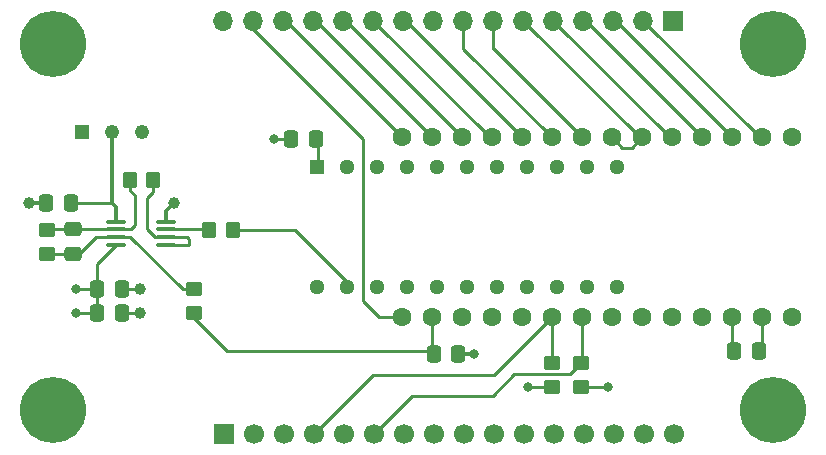
<source format=gbr>
%TF.GenerationSoftware,KiCad,Pcbnew,9.0.4-9.0.4-0~ubuntu24.04.1*%
%TF.CreationDate,2025-09-07T14:44:50-04:00*%
%TF.ProjectId,TCD1304Rev2,54434431-3330-4345-9265-76322e6b6963,rev?*%
%TF.SameCoordinates,PX7270e00PY7270e00*%
%TF.FileFunction,Copper,L1,Top*%
%TF.FilePolarity,Positive*%
%FSLAX46Y46*%
G04 Gerber Fmt 4.6, Leading zero omitted, Abs format (unit mm)*
G04 Created by KiCad (PCBNEW 9.0.4-9.0.4-0~ubuntu24.04.1) date 2025-09-07 14:44:50*
%MOMM*%
%LPD*%
G01*
G04 APERTURE LIST*
G04 Aperture macros list*
%AMRoundRect*
0 Rectangle with rounded corners*
0 $1 Rounding radius*
0 $2 $3 $4 $5 $6 $7 $8 $9 X,Y pos of 4 corners*
0 Add a 4 corners polygon primitive as box body*
4,1,4,$2,$3,$4,$5,$6,$7,$8,$9,$2,$3,0*
0 Add four circle primitives for the rounded corners*
1,1,$1+$1,$2,$3*
1,1,$1+$1,$4,$5*
1,1,$1+$1,$6,$7*
1,1,$1+$1,$8,$9*
0 Add four rect primitives between the rounded corners*
20,1,$1+$1,$2,$3,$4,$5,0*
20,1,$1+$1,$4,$5,$6,$7,0*
20,1,$1+$1,$6,$7,$8,$9,0*
20,1,$1+$1,$8,$9,$2,$3,0*%
G04 Aperture macros list end*
%TA.AperFunction,ComponentPad*%
%ADD10C,1.700000*%
%TD*%
%TA.AperFunction,ComponentPad*%
%ADD11R,1.700000X1.700000*%
%TD*%
%TA.AperFunction,ComponentPad*%
%ADD12O,1.700000X1.700000*%
%TD*%
%TA.AperFunction,SMDPad,CuDef*%
%ADD13RoundRect,0.250000X-0.450000X0.350000X-0.450000X-0.350000X0.450000X-0.350000X0.450000X0.350000X0*%
%TD*%
%TA.AperFunction,ComponentPad*%
%ADD14C,1.290000*%
%TD*%
%TA.AperFunction,ComponentPad*%
%ADD15R,1.290000X1.290000*%
%TD*%
%TA.AperFunction,SMDPad,CuDef*%
%ADD16RoundRect,0.250000X-0.337500X-0.475000X0.337500X-0.475000X0.337500X0.475000X-0.337500X0.475000X0*%
%TD*%
%TA.AperFunction,SMDPad,CuDef*%
%ADD17RoundRect,0.250000X0.337500X0.475000X-0.337500X0.475000X-0.337500X-0.475000X0.337500X-0.475000X0*%
%TD*%
%TA.AperFunction,SMDPad,CuDef*%
%ADD18RoundRect,0.250000X0.450000X-0.350000X0.450000X0.350000X-0.450000X0.350000X-0.450000X-0.350000X0*%
%TD*%
%TA.AperFunction,SMDPad,CuDef*%
%ADD19RoundRect,0.250000X0.475000X-0.337500X0.475000X0.337500X-0.475000X0.337500X-0.475000X-0.337500X0*%
%TD*%
%TA.AperFunction,SMDPad,CuDef*%
%ADD20RoundRect,0.100000X0.712500X0.100000X-0.712500X0.100000X-0.712500X-0.100000X0.712500X-0.100000X0*%
%TD*%
%TA.AperFunction,SMDPad,CuDef*%
%ADD21RoundRect,0.250000X0.350000X0.450000X-0.350000X0.450000X-0.350000X-0.450000X0.350000X-0.450000X0*%
%TD*%
%TA.AperFunction,ComponentPad*%
%ADD22R,1.218000X1.218000*%
%TD*%
%TA.AperFunction,ComponentPad*%
%ADD23C,1.218000*%
%TD*%
%TA.AperFunction,ComponentPad*%
%ADD24C,1.600000*%
%TD*%
%TA.AperFunction,ComponentPad*%
%ADD25C,5.600000*%
%TD*%
%TA.AperFunction,ViaPad*%
%ADD26C,0.800000*%
%TD*%
%TA.AperFunction,ViaPad*%
%ADD27C,1.000000*%
%TD*%
%TA.AperFunction,Conductor*%
%ADD28C,0.250000*%
%TD*%
%TA.AperFunction,Conductor*%
%ADD29C,0.350000*%
%TD*%
G04 APERTURE END LIST*
D10*
%TO.P,J3,16,Pin_16*%
%TO.N,Net-(J3-Pin_16)*%
X57070000Y2500000D03*
%TO.P,J3,15,Pin_15*%
%TO.N,Earth*%
X54530000Y2500000D03*
%TO.P,J3,14,Pin_14*%
%TO.N,unconnected-(J3-Pin_14-Pad14)*%
X51990000Y2500000D03*
%TO.P,J3,13,Pin_13*%
%TO.N,unconnected-(J3-Pin_13-Pad13)*%
X49450000Y2500000D03*
%TO.P,J3,12,Pin_12*%
%TO.N,unconnected-(J3-Pin_12-Pad12)*%
X46910000Y2500000D03*
%TO.P,J3,11,Pin_11*%
%TO.N,Net-(J3-Pin_11)*%
X44370000Y2500000D03*
%TO.P,J3,10,Pin_10*%
%TO.N,Net-(J3-Pin_10)*%
X41830000Y2500000D03*
%TO.P,J3,9,Pin_9*%
%TO.N,Net-(J3-Pin_9)*%
X39290000Y2500000D03*
%TO.P,J3,8,Pin_8*%
%TO.N,Net-(J3-Pin_8)*%
X36750000Y2500000D03*
%TO.P,J3,7,Pin_7*%
%TO.N,Earth*%
X34210000Y2500000D03*
%TO.P,J3,6,Pin_6*%
%TO.N,Net-(J3-Pin_6)*%
X31670000Y2500000D03*
%TO.P,J3,5,Pin_5*%
%TO.N,Earth*%
X29130000Y2500000D03*
%TO.P,J3,4,Pin_4*%
%TO.N,Net-(J3-Pin_4)*%
X26590000Y2500000D03*
%TO.P,J3,3,Pin_3*%
%TO.N,Net-(J3-Pin_3)*%
X24050000Y2500000D03*
%TO.P,J3,2,Pin_2*%
%TO.N,Net-(J3-Pin_2)*%
X21510000Y2500000D03*
D11*
%TO.P,J3,1,Pin_1*%
%TO.N,Net-(J3-Pin_1)*%
X18970000Y2500000D03*
%TD*%
D12*
%TO.P,J2,16,Pin_16*%
%TO.N,Earth*%
X18950000Y37500000D03*
%TO.P,J2,15,Pin_15*%
%TO.N,Net-(J2-Pin_15)*%
X21490000Y37500000D03*
%TO.P,J2,14,Pin_14*%
%TO.N,Net-(J2-Pin_14)*%
X24030000Y37500000D03*
%TO.P,J2,13,Pin_13*%
%TO.N,Net-(J2-Pin_13)*%
X26570000Y37500000D03*
%TO.P,J2,12,Pin_12*%
%TO.N,Net-(J2-Pin_12)*%
X29110000Y37500000D03*
%TO.P,J2,11,Pin_11*%
%TO.N,Net-(J2-Pin_11)*%
X31650000Y37500000D03*
%TO.P,J2,10,Pin_10*%
%TO.N,Net-(J2-Pin_10)*%
X34190000Y37500000D03*
%TO.P,J2,9,Pin_9*%
%TO.N,Earth*%
X36730000Y37500000D03*
%TO.P,J2,8,Pin_8*%
%TO.N,Net-(J2-Pin_8)*%
X39270000Y37500000D03*
%TO.P,J2,7,Pin_7*%
%TO.N,Net-(J2-Pin_7)*%
X41810000Y37500000D03*
%TO.P,J2,6,Pin_6*%
%TO.N,Net-(J2-Pin_6)*%
X44350000Y37500000D03*
%TO.P,J2,5,Pin_5*%
%TO.N,Net-(J2-Pin_5)*%
X46890000Y37500000D03*
%TO.P,J2,4,Pin_4*%
%TO.N,Net-(J2-Pin_4)*%
X49430000Y37500000D03*
%TO.P,J2,3,Pin_3*%
%TO.N,Net-(J2-Pin_3)*%
X51970000Y37500000D03*
%TO.P,J2,2,Pin_2*%
%TO.N,Net-(J2-Pin_2)*%
X54510000Y37500000D03*
D11*
%TO.P,J2,1,Pin_1*%
%TO.N,Earth*%
X57050000Y37500000D03*
%TD*%
D13*
%TO.P,R6,1*%
%TO.N,Net-(J3-Pin_4)*%
X46750000Y8500000D03*
%TO.P,R6,2*%
%TO.N,+3.3V*%
X46750000Y6500000D03*
%TD*%
%TO.P,R5,1*%
%TO.N,Net-(J3-Pin_6)*%
X49250000Y8500000D03*
%TO.P,R5,2*%
%TO.N,+3.3V*%
X49250000Y6500000D03*
%TD*%
D14*
%TO.P,U1,22,SS*%
%TO.N,Earth*%
X26870000Y14920000D03*
%TO.P,U1,21,OS*%
%TO.N,Net-(U1-OS)*%
X29410000Y14920000D03*
%TO.P,U1,20*%
%TO.N,N/C*%
X31950000Y14920000D03*
%TO.P,U1,19*%
X34490000Y14920000D03*
%TO.P,U1,18*%
X37030000Y14920000D03*
%TO.P,U1,17*%
X39570000Y14920000D03*
%TO.P,U1,16*%
X42110000Y14920000D03*
%TO.P,U1,15*%
X44650000Y14920000D03*
%TO.P,U1,14*%
X47190000Y14920000D03*
%TO.P,U1,13*%
X49730000Y14920000D03*
%TO.P,U1,12*%
X52270000Y14920000D03*
%TO.P,U1,11*%
X52270000Y25080000D03*
%TO.P,U1,10*%
X49730000Y25080000D03*
%TO.P,U1,9*%
X47190000Y25080000D03*
%TO.P,U1,8*%
X44650000Y25080000D03*
%TO.P,U1,7*%
X42110000Y25080000D03*
%TO.P,U1,6*%
X39570000Y25080000D03*
%TO.P,U1,5,SH*%
%TO.N,Net-(J2-Pin_8)*%
X37030000Y25080000D03*
%TO.P,U1,4,M*%
%TO.N,Net-(J2-Pin_6)*%
X34490000Y25080000D03*
%TO.P,U1,3,ICG*%
%TO.N,Net-(J2-Pin_7)*%
X31950000Y25080000D03*
%TO.P,U1,2,VAD*%
%TO.N,+3.3V*%
X29410000Y25080000D03*
D15*
%TO.P,U1,1,VDD*%
X26870000Y25080000D03*
%TD*%
D16*
%TO.P,C1,2*%
%TO.N,Earth*%
X64287500Y9500000D03*
%TO.P,C1,1*%
%TO.N,+3.3V*%
X62212500Y9500000D03*
%TD*%
D17*
%TO.P,C6,2*%
%TO.N,Earth*%
X24712500Y27500000D03*
%TO.P,C6,1*%
%TO.N,+3.3V*%
X26787500Y27500000D03*
%TD*%
D18*
%TO.P,R3,1*%
%TO.N,Net-(U2-OUT2)*%
X4000000Y17750000D03*
%TO.P,R3,2*%
%TO.N,Net-(U2--IN2)*%
X4000000Y19750000D03*
%TD*%
D17*
%TO.P,C2,1*%
%TO.N,Net-(U2-+IN2)*%
X6037500Y22100000D03*
%TO.P,C2,2*%
%TO.N,Earth*%
X3962500Y22100000D03*
%TD*%
D19*
%TO.P,C5,2*%
%TO.N,Net-(U2--IN2)*%
X6250000Y19825000D03*
%TO.P,C5,1*%
%TO.N,Net-(U2-OUT2)*%
X6250000Y17750000D03*
%TD*%
D20*
%TO.P,U2,8,+VS*%
%TO.N,+3.3V*%
X9887500Y18525000D03*
%TO.P,U2,7,OUT2*%
%TO.N,Net-(U2-OUT2)*%
X9887500Y19175000D03*
%TO.P,U2,6,-IN2*%
%TO.N,Net-(U2--IN2)*%
X9887500Y19825000D03*
%TO.P,U2,5,+IN2*%
%TO.N,Net-(U2-+IN2)*%
X9887500Y20475000D03*
%TO.P,U2,4,-VS*%
%TO.N,Earth*%
X14112500Y20475000D03*
%TO.P,U2,3,+IN1*%
%TO.N,Net-(U2-+IN1)*%
X14112500Y19825000D03*
%TO.P,U2,2,-IN1*%
%TO.N,Net-(U2--IN1)*%
X14112500Y19175000D03*
%TO.P,U2,1,OUT1*%
X14112500Y18525000D03*
%TD*%
D13*
%TO.P,R4,2*%
%TO.N,Net-(U3-14_A0_TX3_SPDIF_OUT)*%
X16500000Y12750000D03*
%TO.P,R4,1*%
%TO.N,Net-(U2-OUT2)*%
X16500000Y14750000D03*
%TD*%
D21*
%TO.P,R2,2*%
%TO.N,Net-(U2--IN2)*%
X11000000Y24000000D03*
%TO.P,R2,1*%
%TO.N,Net-(U2--IN1)*%
X13000000Y24000000D03*
%TD*%
D16*
%TO.P,C3,2*%
%TO.N,Earth*%
X10325000Y12750000D03*
%TO.P,C3,1*%
%TO.N,+3.3V*%
X8250000Y12750000D03*
%TD*%
D21*
%TO.P,R1,2*%
%TO.N,Net-(U2-+IN1)*%
X17750000Y19750000D03*
%TO.P,R1,1*%
%TO.N,Net-(U1-OS)*%
X19750000Y19750000D03*
%TD*%
D16*
%TO.P,C4,2*%
%TO.N,Earth*%
X10325000Y14750000D03*
%TO.P,C4,1*%
%TO.N,+3.3V*%
X8250000Y14750000D03*
%TD*%
%TO.P,C7,1*%
%TO.N,Net-(U3-14_A0_TX3_SPDIF_OUT)*%
X36750000Y9250000D03*
%TO.P,C7,2*%
%TO.N,Earth*%
X38825000Y9250000D03*
%TD*%
D22*
%TO.P,RV1,1,1*%
%TO.N,+3.3V*%
X6960000Y28100000D03*
D23*
%TO.P,RV1,2,2*%
%TO.N,Net-(U2-+IN2)*%
X9500000Y28100000D03*
%TO.P,RV1,3,3*%
%TO.N,Earth*%
X12040000Y28100000D03*
%TD*%
D24*
%TO.P,U3,1,GND*%
%TO.N,Earth*%
X67080000Y27620000D03*
%TO.P,U3,2,0_RX1_CRX2_CS1*%
%TO.N,Net-(J2-Pin_2)*%
X64540000Y27620000D03*
%TO.P,U3,3,1_TX1_CTX2_MISO1*%
%TO.N,Net-(J2-Pin_3)*%
X62000000Y27620000D03*
%TO.P,U3,4,2_OUT2*%
%TO.N,Net-(J2-Pin_4)*%
X59460000Y27620000D03*
%TO.P,U3,5,3_LRCLK2*%
%TO.N,Net-(J2-Pin_5)*%
X56920000Y27620000D03*
%TO.P,U3,6,4_BCLK2*%
%TO.N,Net-(J2-Pin_6)*%
X54380000Y27620000D03*
%TO.P,U3,7,5_IN2*%
X51840000Y27620000D03*
%TO.P,U3,8,6_OUT1D*%
%TO.N,Net-(J2-Pin_7)*%
X49300000Y27620000D03*
%TO.P,U3,9,7_RX2_OUT1A*%
%TO.N,Net-(J2-Pin_8)*%
X46760000Y27620000D03*
%TO.P,U3,10,8_TX2_IN1*%
%TO.N,Net-(J2-Pin_10)*%
X44220000Y27620000D03*
%TO.P,U3,11,9_OUT1C*%
%TO.N,Net-(J2-Pin_11)*%
X41680000Y27620000D03*
%TO.P,U3,12,10_CS_MQSR*%
%TO.N,Net-(J2-Pin_12)*%
X39140000Y27620000D03*
%TO.P,U3,13,11_MOSI_CTX1*%
%TO.N,Net-(J2-Pin_13)*%
X36600000Y27620000D03*
%TO.P,U3,14,12_MISO_MQSL*%
%TO.N,Net-(J2-Pin_14)*%
X34060000Y27620000D03*
%TO.P,U3,20,13_SCK_CRX1_LED*%
%TO.N,Net-(J2-Pin_15)*%
X34060000Y12380000D03*
%TO.P,U3,21,14_A0_TX3_SPDIF_OUT*%
%TO.N,Net-(U3-14_A0_TX3_SPDIF_OUT)*%
X36600000Y12380000D03*
%TO.P,U3,22,15_A1_RX3_SPDIF_IN*%
%TO.N,Net-(J3-Pin_1)*%
X39140000Y12380000D03*
%TO.P,U3,23,16_A2_RX4_SCL1*%
%TO.N,Net-(J3-Pin_2)*%
X41680000Y12380000D03*
%TO.P,U3,24,17_A3_TX4_SDA1*%
%TO.N,Net-(J3-Pin_3)*%
X44220000Y12380000D03*
%TO.P,U3,25,18_A4_SDA0*%
%TO.N,Net-(J3-Pin_4)*%
X46760000Y12380000D03*
%TO.P,U3,26,19_A5_SCL0*%
%TO.N,Net-(J3-Pin_6)*%
X49300000Y12380000D03*
%TO.P,U3,27,20_A6_TX5_LRCLK1*%
%TO.N,Net-(J3-Pin_8)*%
X51840000Y12380000D03*
%TO.P,U3,28,21_A7_RX5_BCLK1*%
%TO.N,Net-(J3-Pin_9)*%
X54380000Y12380000D03*
%TO.P,U3,29,22_A8_CTX1*%
%TO.N,Net-(J3-Pin_10)*%
X56920000Y12380000D03*
%TO.P,U3,30,23_A9_CRX1_MCLK1*%
%TO.N,Net-(J3-Pin_11)*%
X59460000Y12380000D03*
%TO.P,U3,31,3V3*%
%TO.N,+3.3V*%
X62000000Y12380000D03*
%TO.P,U3,32,GND*%
%TO.N,Earth*%
X64540000Y12380000D03*
%TO.P,U3,33,VIN*%
%TO.N,Net-(J3-Pin_16)*%
X67080000Y12380000D03*
%TD*%
D25*
%TO.P,REF\u002A\u002A,1*%
%TO.N,N/C*%
X65500000Y4500000D03*
%TD*%
%TO.P,REF\u002A\u002A,1*%
%TO.N,N/C*%
X65500000Y35500000D03*
%TD*%
%TO.P,REF\u002A\u002A,1*%
%TO.N,N/C*%
X4500000Y35500000D03*
%TD*%
%TO.P,REF\u002A\u002A,1*%
%TO.N,N/C*%
X4500000Y4500000D03*
%TD*%
D26*
%TO.N,+3.3V*%
X6500000Y12750000D03*
X6500000Y14750000D03*
X44750000Y6500000D03*
X51500000Y6500000D03*
%TO.N,Earth*%
X23250000Y27500000D03*
D27*
X2500000Y22100000D03*
X11875000Y12750000D03*
X14800000Y22100000D03*
X11875000Y14750000D03*
D26*
X40157500Y9250000D03*
%TD*%
D28*
%TO.N,Net-(J2-Pin_6)*%
X54380000Y27620000D02*
X53510000Y26750000D01*
X53510000Y26750000D02*
X52710000Y26750000D01*
X52710000Y26750000D02*
X51840000Y27620000D01*
%TO.N,Net-(U2--IN1)*%
X16000000Y19000000D02*
X16000000Y18500000D01*
X14112500Y19175000D02*
X15825000Y19175000D01*
X15825000Y19175000D02*
X16000000Y19000000D01*
X16000000Y18500000D02*
X15975000Y18525000D01*
X15975000Y18525000D02*
X14112500Y18525000D01*
%TO.N,+3.3V*%
X6500000Y12750000D02*
X8250000Y12750000D01*
X8250000Y14750000D02*
X6500000Y14750000D01*
X9887500Y18525000D02*
X8250000Y16887500D01*
X8250000Y16887500D02*
X8250000Y14750000D01*
X8250000Y12750000D02*
X8250000Y14650000D01*
X49250000Y6500000D02*
X51500000Y6500000D01*
X46750000Y6500000D02*
X44750000Y6500000D01*
%TO.N,Net-(J2-Pin_15)*%
X21490000Y37500000D02*
X21100000Y37110000D01*
X30750000Y27460000D02*
X30750000Y13750000D01*
X21100000Y37110000D02*
X30750000Y27460000D01*
X30750000Y13750000D02*
X32120000Y12380000D01*
X32120000Y12380000D02*
X34060000Y12380000D01*
%TO.N,Net-(J3-Pin_6)*%
X49250000Y8500000D02*
X48324000Y7574000D01*
X48324000Y7574000D02*
X43574000Y7574000D01*
X43574000Y7574000D02*
X41750000Y5750000D01*
X41750000Y5750000D02*
X34920000Y5750000D01*
X34920000Y5750000D02*
X31670000Y2500000D01*
%TO.N,Net-(J3-Pin_4)*%
X46760000Y12380000D02*
X41880000Y7500000D01*
X41880000Y7500000D02*
X31590000Y7500000D01*
X31590000Y7500000D02*
X26590000Y2500000D01*
%TO.N,Net-(J3-Pin_6)*%
X49300000Y12380000D02*
X49300000Y8550000D01*
X49300000Y8550000D02*
X49250000Y8500000D01*
%TO.N,Net-(J3-Pin_4)*%
X46760000Y12380000D02*
X46760000Y8510000D01*
X46760000Y8510000D02*
X46750000Y8500000D01*
%TO.N,+3.3V*%
X62462500Y9500000D02*
X62000000Y9962500D01*
X62000000Y9962500D02*
X62000000Y12380000D01*
%TO.N,Earth*%
X24712500Y27500000D02*
X23250000Y27500000D01*
%TO.N,Net-(J2-Pin_11)*%
X31650000Y37500000D02*
X41530000Y27620000D01*
X41530000Y27620000D02*
X41680000Y27620000D01*
%TO.N,+3.3V*%
X26925000Y27500000D02*
X26925000Y25135000D01*
X26925000Y25135000D02*
X26870000Y25080000D01*
%TO.N,Net-(U2--IN2)*%
X9887500Y19825000D02*
X11125000Y19825000D01*
X11500000Y22675000D02*
X11000000Y23175000D01*
X11000000Y23175000D02*
X11000000Y24000000D01*
X11125000Y19825000D02*
X11500000Y20200000D01*
X11500000Y20200000D02*
X11500000Y22675000D01*
%TO.N,Net-(U2--IN1)*%
X13000000Y23000000D02*
X12500000Y22500000D01*
X13000000Y24000000D02*
X13000000Y23000000D01*
X12500000Y22500000D02*
X12500000Y19850000D01*
X12500000Y19850000D02*
X13175000Y19175000D01*
X13175000Y19175000D02*
X14112500Y19175000D01*
%TO.N,Net-(U2-+IN1)*%
X14112500Y19825000D02*
X17675000Y19825000D01*
X17675000Y19825000D02*
X17750000Y19750000D01*
%TO.N,Net-(U1-OS)*%
X29410000Y14920000D02*
X29410000Y15340000D01*
X29410000Y15340000D02*
X25000000Y19750000D01*
X25000000Y19750000D02*
X19750000Y19750000D01*
%TO.N,Net-(U2--IN2)*%
X9887500Y19825000D02*
X6250000Y19825000D01*
X6250000Y19825000D02*
X4075000Y19825000D01*
X4075000Y19825000D02*
X4000000Y19750000D01*
%TO.N,Net-(U2-OUT2)*%
X6250000Y17750000D02*
X6750000Y17750000D01*
X6750000Y17750000D02*
X8175000Y19175000D01*
X4000000Y17750000D02*
X6250000Y17750000D01*
X8175000Y19175000D02*
X9887500Y19175000D01*
%TO.N,Net-(U2-+IN2)*%
X6037500Y22100000D02*
X9475000Y22100000D01*
%TO.N,Net-(U3-14_A0_TX3_SPDIF_OUT)*%
X16500000Y12750000D02*
X16500000Y12300000D01*
X16500000Y12300000D02*
X19262500Y9537500D01*
%TO.N,Net-(U2-OUT2)*%
X9887500Y19175000D02*
X11075000Y19175000D01*
X11075000Y19175000D02*
X15500000Y14750000D01*
X15500000Y14750000D02*
X16500000Y14750000D01*
D29*
%TO.N,Net-(U2-+IN2)*%
X9475000Y22100000D02*
X9887500Y21687500D01*
D28*
%TO.N,Net-(U3-14_A0_TX3_SPDIF_OUT)*%
X36600000Y12380000D02*
X36600000Y9537500D01*
X36600000Y9537500D02*
X19262500Y9537500D01*
%TO.N,Earth*%
X64537500Y9500000D02*
X64537500Y12377500D01*
X64537500Y12377500D02*
X64540000Y12380000D01*
%TO.N,Net-(J2-Pin_8)*%
X39270000Y37500000D02*
X39270000Y35110000D01*
X39270000Y35110000D02*
X46760000Y27620000D01*
%TO.N,Net-(J2-Pin_7)*%
X41810000Y35110000D02*
X41835000Y35085000D01*
X41810000Y37500000D02*
X41810000Y35110000D01*
X41835000Y35085000D02*
X49300000Y27620000D01*
%TO.N,Net-(J2-Pin_6)*%
X44350000Y37500000D02*
X54230000Y27620000D01*
X54230000Y27620000D02*
X54380000Y27620000D01*
%TO.N,Net-(J2-Pin_5)*%
X46890000Y37500000D02*
X56770000Y27620000D01*
X56770000Y27620000D02*
X56920000Y27620000D01*
%TO.N,Net-(J2-Pin_2)*%
X54510000Y37500000D02*
X64390000Y27620000D01*
X64390000Y27620000D02*
X64540000Y27620000D01*
%TO.N,Net-(J2-Pin_4)*%
X49890000Y37040000D02*
X50040000Y37040000D01*
X50040000Y37040000D02*
X59460000Y27620000D01*
%TO.N,Net-(J2-Pin_3)*%
X52430000Y37040000D02*
X52580000Y37040000D01*
X52580000Y37040000D02*
X62000000Y27620000D01*
%TO.N,Net-(J2-Pin_14)*%
X24490000Y37040000D02*
X24640000Y37040000D01*
X24640000Y37040000D02*
X34060000Y27620000D01*
%TO.N,Net-(J2-Pin_12)*%
X29570000Y37040000D02*
X29720000Y37040000D01*
X29720000Y37040000D02*
X39140000Y27620000D01*
%TO.N,Net-(J2-Pin_10)*%
X34650000Y37040000D02*
X34800000Y37040000D01*
X34800000Y37040000D02*
X44220000Y27620000D01*
%TO.N,Net-(J2-Pin_13)*%
X27030000Y37040000D02*
X27180000Y37040000D01*
X27180000Y37040000D02*
X36600000Y27620000D01*
%TO.N,+3.3V*%
X9625000Y18525000D02*
X9887500Y18525000D01*
%TO.N,Earth*%
X11875000Y12750000D02*
X10325000Y12750000D01*
X10325000Y14750000D02*
X11875000Y14750000D01*
D29*
X4025000Y22100000D02*
X2500000Y22100000D01*
X38642500Y9250000D02*
X40157500Y9250000D01*
X14800000Y22100000D02*
X14112500Y21412500D01*
D28*
X9962500Y12850000D02*
X10062500Y12750000D01*
D29*
X14112500Y21412500D02*
X14112500Y20475000D01*
%TO.N,Net-(U2-+IN2)*%
X9500000Y22125000D02*
X9500000Y28100000D01*
X9887500Y20475000D02*
X9887500Y21687500D01*
D28*
%TO.N,Net-(J2-Pin_4)*%
X49890000Y37040000D02*
X49430000Y37500000D01*
%TO.N,Net-(J2-Pin_10)*%
X34650000Y37040000D02*
X34190000Y37500000D01*
%TO.N,Net-(J2-Pin_3)*%
X52430000Y37040000D02*
X51970000Y37500000D01*
%TO.N,Net-(J2-Pin_14)*%
X24490000Y37040000D02*
X24030000Y37500000D01*
%TO.N,Net-(J2-Pin_13)*%
X27030000Y37040000D02*
X26570000Y37500000D01*
%TO.N,Net-(J2-Pin_12)*%
X29570000Y37040000D02*
X29110000Y37500000D01*
%TD*%
M02*

</source>
